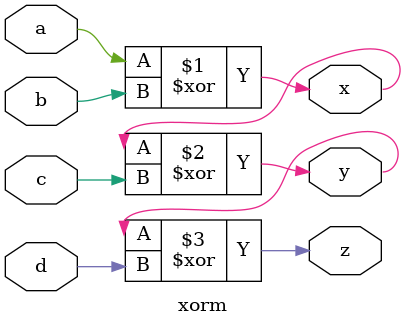
<source format=v>
`timescale 1ns / 1ps

module xorm(
    input a, b, c, d,
    output x, y, z
    );
    
assign x = a^b;
assign y = x^c;
assign z = y^d;
endmodule

</source>
